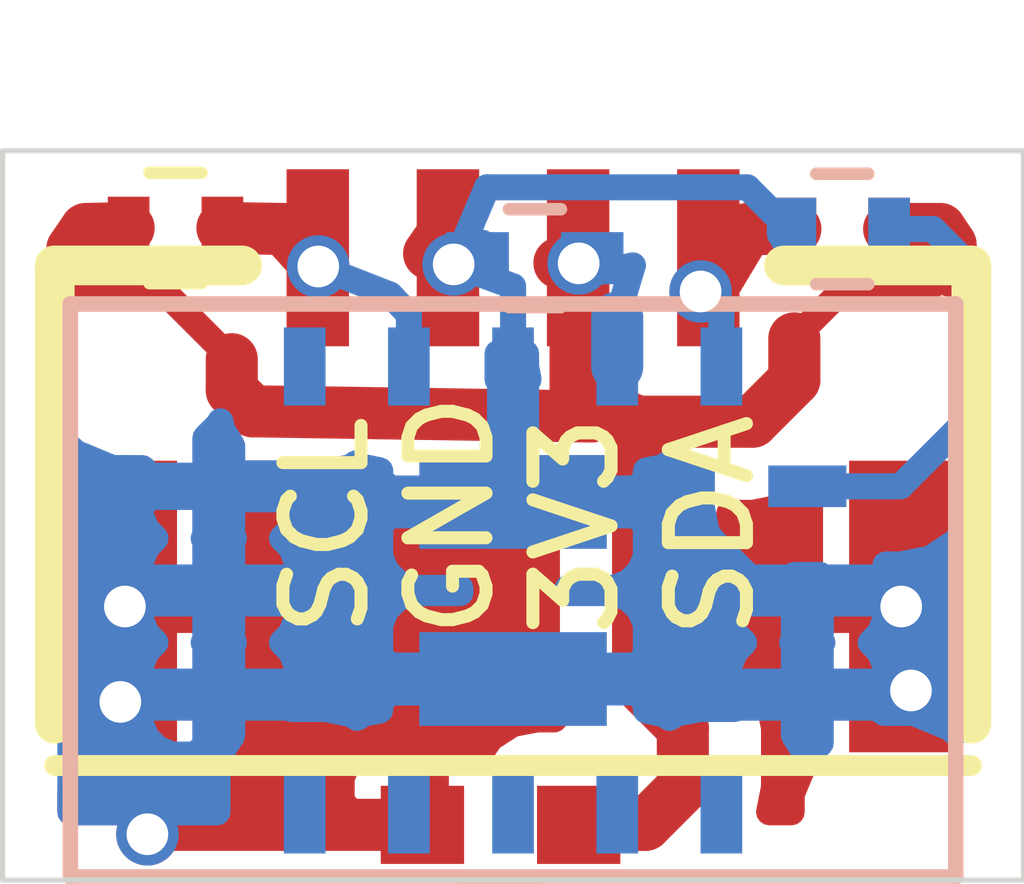
<source format=kicad_pcb>
(kicad_pcb (version 4) (host pcbnew 4.0.7-e2-6376~58~ubuntu16.04.1)

  (general
    (links 23)
    (no_connects 0)
    (area 142.525 91.725 153.425001 102.445)
    (thickness 0.8)
    (drawings 8)
    (tracks 111)
    (zones 0)
    (modules 7)
    (nets 6)
  )

  (page A4)
  (layers
    (0 F.Cu signal hide)
    (31 B.Cu signal)
    (34 B.Paste user hide)
    (35 F.Paste user)
    (36 B.SilkS user)
    (37 F.SilkS user)
    (38 B.Mask user)
    (39 F.Mask user)
    (44 Edge.Cuts user)
  )

  (setup
    (last_trace_width 0.25)
    (user_trace_width 0.5)
    (trace_clearance 0.2)
    (zone_clearance 0.5)
    (zone_45_only yes)
    (trace_min 0.2)
    (segment_width 0.2)
    (edge_width 0.05)
    (via_size 0.6)
    (via_drill 0.4)
    (via_min_size 0.4)
    (via_min_drill 0.3)
    (uvia_size 0.3)
    (uvia_drill 0.1)
    (uvias_allowed no)
    (uvia_min_size 0.2)
    (uvia_min_drill 0.1)
    (pcb_text_width 0.3)
    (pcb_text_size 1.5 1.5)
    (mod_edge_width 0.15)
    (mod_text_size 1 1)
    (mod_text_width 0.15)
    (pad_size 2.79908 1.00076)
    (pad_drill 0)
    (pad_to_mask_clearance 0.2)
    (aux_axis_origin 0 0)
    (visible_elements FFFCDF5F)
    (pcbplotparams
      (layerselection 0x00030_80000001)
      (usegerberextensions false)
      (excludeedgelayer true)
      (linewidth 0.100000)
      (plotframeref false)
      (viasonmask false)
      (mode 1)
      (useauxorigin false)
      (hpglpennumber 1)
      (hpglpenspeed 20)
      (hpglpendiameter 15)
      (hpglpenoverlay 2)
      (psnegative false)
      (psa4output false)
      (plotreference true)
      (plotvalue true)
      (plotinvisibletext false)
      (padsonsilk false)
      (subtractmaskfromsilk false)
      (outputformat 1)
      (mirror false)
      (drillshape 1)
      (scaleselection 1)
      (outputdirectory ""))
  )

  (net 0 "")
  (net 1 GND)
  (net 2 "Net-(R3-Pad1)")
  (net 3 /VDD)
  (net 4 /SCL)
  (net 5 /SDA)

  (net_class Default "This is the default net class."
    (clearance 0.2)
    (trace_width 0.25)
    (via_dia 0.6)
    (via_drill 0.4)
    (uvia_dia 0.3)
    (uvia_drill 0.1)
    (add_net /SCL)
    (add_net /SDA)
    (add_net /VDD)
    (add_net GND)
    (add_net "Net-(R3-Pad1)")
  )

  (module Capacitors_SMD:C_0402 (layer B.Cu) (tedit 5B2A4231) (tstamp 5B262DCD)
    (at 148.71 94.43 180)
    (descr "Capacitor SMD 0402, reflow soldering, AVX (see smccp.pdf)")
    (tags "capacitor 0402")
    (path /5B260EB6)
    (attr smd)
    (fp_text reference C1 (at 0 1.27 180) (layer B.SilkS) hide
      (effects (font (size 1 1) (thickness 0.15)) (justify mirror))
    )
    (fp_text value C (at 0 -1.27 180) (layer B.Fab) hide
      (effects (font (size 1 1) (thickness 0.15)) (justify mirror))
    )
    (fp_text user %R (at 0 1.27 180) (layer B.Fab)
      (effects (font (size 1 1) (thickness 0.15)) (justify mirror))
    )
    (fp_line (start -0.5 -0.25) (end -0.5 0.25) (layer B.Fab) (width 0.1))
    (fp_line (start 0.5 -0.25) (end -0.5 -0.25) (layer B.Fab) (width 0.1))
    (fp_line (start 0.5 0.25) (end 0.5 -0.25) (layer B.Fab) (width 0.1))
    (fp_line (start -0.5 0.25) (end 0.5 0.25) (layer B.Fab) (width 0.1))
    (fp_line (start 0.25 0.47) (end -0.25 0.47) (layer B.SilkS) (width 0.12))
    (fp_line (start -0.25 -0.47) (end 0.25 -0.47) (layer B.SilkS) (width 0.12))
    (fp_line (start -1 0.4) (end 1 0.4) (layer B.CrtYd) (width 0.05))
    (fp_line (start -1 0.4) (end -1 -0.4) (layer B.CrtYd) (width 0.05))
    (fp_line (start 1 -0.4) (end 1 0.4) (layer B.CrtYd) (width 0.05))
    (fp_line (start 1 -0.4) (end -1 -0.4) (layer B.CrtYd) (width 0.05))
    (pad 1 smd rect (at -0.55 0 180) (size 0.6 0.5) (layers B.Cu B.Paste B.Mask)
      (net 3 /VDD))
    (pad 2 smd rect (at 0.55 0 180) (size 0.6 0.5) (layers B.Cu B.Paste B.Mask)
      (net 1 GND))
    (model Capacitors_SMD.3dshapes/C_0402.wrl
      (at (xyz 0 0 0))
      (scale (xyz 1 1 1))
      (rotate (xyz 0 0 0))
    )
  )

  (module jst_gh4_vert:JST_GH4_vert (layer F.Cu) (tedit 5B2664FE) (tstamp 5B262DD7)
    (at 148.5 96.1 90)
    (path /5B261B88)
    (fp_text reference J1 (at -0.20066 -0.20066 180) (layer F.SilkS) hide
      (effects (font (size 0.50038 0.50038) (thickness 0.12446)))
    )
    (fp_text value Conn_01x04 (at -1.80086 -5.19938 90) (layer F.SilkS) hide
      (effects (font (size 0.50038 0.50038) (thickness 0.12446)))
    )
    (fp_line (start -3.2004 -4.39928) (end -3.2004 4.39928) (layer F.SilkS) (width 0.20066))
    (fp_line (start 1.6002 2.60096) (end 1.6002 4.39928) (layer F.SilkS) (width 0.381))
    (fp_line (start 1.6002 4.39928) (end -2.79908 4.39928) (layer F.SilkS) (width 0.381))
    (fp_line (start 1.6002 -4.39928) (end -2.79908 -4.39928) (layer F.SilkS) (width 0.381))
    (fp_line (start 1.6002 -4.39928) (end 1.6002 -2.60096) (layer F.SilkS) (width 0.381))
    (pad 3 smd rect (at 1.67386 0.62484) (size 0.59944 1.69926) (layers F.Cu F.Paste F.Mask)
      (net 3 /VDD))
    (pad 4 smd rect (at 1.67386 1.87452) (size 0.59944 1.69926) (layers F.Cu F.Paste F.Mask)
      (net 5 /SDA))
    (pad 1 smd rect (at 1.67386 -1.87452) (size 0.59944 1.69926) (layers F.Cu F.Paste F.Mask)
      (net 4 /SCL))
    (pad "" smd rect (at -1.67386 -3.72618 90) (size 2.79908 1.00076) (layers F.Cu F.Paste F.Mask)
      (net 1 GND))
    (pad "" smd rect (at -1.67386 3.72618 90) (size 2.79908 1.00076) (layers F.Cu F.Paste F.Mask)
      (net 1 GND))
    (pad 2 smd rect (at 1.67386 -0.62484) (size 0.59944 1.69926) (layers F.Cu F.Paste F.Mask)
      (net 1 GND))
  )

  (module Resistors_SMD:R_0402 (layer F.Cu) (tedit 5B2A4229) (tstamp 5B262DDD)
    (at 151.66 94.15 180)
    (descr "Resistor SMD 0402, reflow soldering, Vishay (see dcrcw.pdf)")
    (tags "resistor 0402")
    (path /5B262EF1)
    (attr smd)
    (fp_text reference R1 (at 0 -1.35 180) (layer F.SilkS) hide
      (effects (font (size 1 1) (thickness 0.15)))
    )
    (fp_text value R (at 0 1.45 180) (layer F.Fab) hide
      (effects (font (size 1 1) (thickness 0.15)))
    )
    (fp_text user %R (at 0 -1.35 180) (layer F.Fab)
      (effects (font (size 1 1) (thickness 0.15)))
    )
    (fp_line (start -0.5 0.25) (end -0.5 -0.25) (layer F.Fab) (width 0.1))
    (fp_line (start 0.5 0.25) (end -0.5 0.25) (layer F.Fab) (width 0.1))
    (fp_line (start 0.5 -0.25) (end 0.5 0.25) (layer F.Fab) (width 0.1))
    (fp_line (start -0.5 -0.25) (end 0.5 -0.25) (layer F.Fab) (width 0.1))
    (fp_line (start 0.25 -0.53) (end -0.25 -0.53) (layer F.SilkS) (width 0.12))
    (fp_line (start -0.25 0.53) (end 0.25 0.53) (layer F.SilkS) (width 0.12))
    (fp_line (start -0.8 -0.45) (end 0.8 -0.45) (layer F.CrtYd) (width 0.05))
    (fp_line (start -0.8 -0.45) (end -0.8 0.45) (layer F.CrtYd) (width 0.05))
    (fp_line (start 0.8 0.45) (end 0.8 -0.45) (layer F.CrtYd) (width 0.05))
    (fp_line (start 0.8 0.45) (end -0.8 0.45) (layer F.CrtYd) (width 0.05))
    (pad 1 smd rect (at -0.45 0 180) (size 0.4 0.6) (layers F.Cu F.Paste F.Mask)
      (net 3 /VDD))
    (pad 2 smd rect (at 0.45 0 180) (size 0.4 0.6) (layers F.Cu F.Paste F.Mask)
      (net 5 /SDA))
    (model ${KISYS3DMOD}/Resistors_SMD.3dshapes/R_0402.wrl
      (at (xyz 0 0 0))
      (scale (xyz 1 1 1))
      (rotate (xyz 0 0 0))
    )
  )

  (module Resistors_SMD:R_0402 (layer F.Cu) (tedit 5B2A421C) (tstamp 5B262DE3)
    (at 145.26 94.14)
    (descr "Resistor SMD 0402, reflow soldering, Vishay (see dcrcw.pdf)")
    (tags "resistor 0402")
    (path /5B262F20)
    (attr smd)
    (fp_text reference R2 (at 0 -1.35) (layer F.SilkS) hide
      (effects (font (size 1 1) (thickness 0.15)))
    )
    (fp_text value R (at 0 1.45) (layer F.Fab) hide
      (effects (font (size 1 1) (thickness 0.15)))
    )
    (fp_text user %R (at 0 -1.35) (layer F.Fab)
      (effects (font (size 1 1) (thickness 0.15)))
    )
    (fp_line (start -0.5 0.25) (end -0.5 -0.25) (layer F.Fab) (width 0.1))
    (fp_line (start 0.5 0.25) (end -0.5 0.25) (layer F.Fab) (width 0.1))
    (fp_line (start 0.5 -0.25) (end 0.5 0.25) (layer F.Fab) (width 0.1))
    (fp_line (start -0.5 -0.25) (end 0.5 -0.25) (layer F.Fab) (width 0.1))
    (fp_line (start 0.25 -0.53) (end -0.25 -0.53) (layer F.SilkS) (width 0.12))
    (fp_line (start -0.25 0.53) (end 0.25 0.53) (layer F.SilkS) (width 0.12))
    (fp_line (start -0.8 -0.45) (end 0.8 -0.45) (layer F.CrtYd) (width 0.05))
    (fp_line (start -0.8 -0.45) (end -0.8 0.45) (layer F.CrtYd) (width 0.05))
    (fp_line (start 0.8 0.45) (end 0.8 -0.45) (layer F.CrtYd) (width 0.05))
    (fp_line (start 0.8 0.45) (end -0.8 0.45) (layer F.CrtYd) (width 0.05))
    (pad 1 smd rect (at -0.45 0) (size 0.4 0.6) (layers F.Cu F.Paste F.Mask)
      (net 3 /VDD))
    (pad 2 smd rect (at 0.45 0) (size 0.4 0.6) (layers F.Cu F.Paste F.Mask)
      (net 4 /SCL))
    (model ${KISYS3DMOD}/Resistors_SMD.3dshapes/R_0402.wrl
      (at (xyz 0 0 0))
      (scale (xyz 1 1 1))
      (rotate (xyz 0 0 0))
    )
  )

  (module Resistors_SMD:R_0402 (layer B.Cu) (tedit 5B2A424B) (tstamp 5B262DE9)
    (at 151.66 94.15 180)
    (descr "Resistor SMD 0402, reflow soldering, Vishay (see dcrcw.pdf)")
    (tags "resistor 0402")
    (path /5B260EEB)
    (attr smd)
    (fp_text reference R3 (at 0 1.35 180) (layer B.SilkS) hide
      (effects (font (size 1 1) (thickness 0.15)) (justify mirror))
    )
    (fp_text value R (at 0 -1.45 180) (layer B.Fab) hide
      (effects (font (size 1 1) (thickness 0.15)) (justify mirror))
    )
    (fp_text user %R (at 0 1.35 180) (layer B.Fab)
      (effects (font (size 1 1) (thickness 0.15)) (justify mirror))
    )
    (fp_line (start -0.5 -0.25) (end -0.5 0.25) (layer B.Fab) (width 0.1))
    (fp_line (start 0.5 -0.25) (end -0.5 -0.25) (layer B.Fab) (width 0.1))
    (fp_line (start 0.5 0.25) (end 0.5 -0.25) (layer B.Fab) (width 0.1))
    (fp_line (start -0.5 0.25) (end 0.5 0.25) (layer B.Fab) (width 0.1))
    (fp_line (start 0.25 0.53) (end -0.25 0.53) (layer B.SilkS) (width 0.12))
    (fp_line (start -0.25 -0.53) (end 0.25 -0.53) (layer B.SilkS) (width 0.12))
    (fp_line (start -0.8 0.45) (end 0.8 0.45) (layer B.CrtYd) (width 0.05))
    (fp_line (start -0.8 0.45) (end -0.8 -0.45) (layer B.CrtYd) (width 0.05))
    (fp_line (start 0.8 -0.45) (end 0.8 0.45) (layer B.CrtYd) (width 0.05))
    (fp_line (start 0.8 -0.45) (end -0.8 -0.45) (layer B.CrtYd) (width 0.05))
    (pad 1 smd rect (at -0.45 0 180) (size 0.4 0.6) (layers B.Cu B.Paste B.Mask)
      (net 2 "Net-(R3-Pad1)"))
    (pad 2 smd rect (at 0.45 0 180) (size 0.4 0.6) (layers B.Cu B.Paste B.Mask)
      (net 1 GND))
    (model ${KISYS3DMOD}/Resistors_SMD.3dshapes/R_0402.wrl
      (at (xyz 0 0 0))
      (scale (xyz 1 1 1))
      (rotate (xyz 0 0 0))
    )
  )

  (module sdp3x_i2c:SDP3x_i2c (layer B.Cu) (tedit 5B2A4267) (tstamp 5B262E02)
    (at 148.5 97.62)
    (path /5B260DFE)
    (fp_text reference U1 (at -5 0.5 90) (layer B.SilkS) hide
      (effects (font (size 1 1) (thickness 0.15)) (justify mirror))
    )
    (fp_text value SDP3x_I2C (at 0 3.5) (layer B.Fab) hide
      (effects (font (size 1 1) (thickness 0.15)) (justify mirror))
    )
    (fp_line (start -4.25 2.75) (end 4.25 2.75) (layer B.SilkS) (width 0.15))
    (fp_line (start 4.25 2.75) (end 4.25 -2.75) (layer B.SilkS) (width 0.15))
    (fp_line (start 4.25 -2.75) (end -4.25 -2.75) (layer B.SilkS) (width 0.15))
    (fp_line (start -4.25 -2.75) (end -4.25 2.75) (layer B.SilkS) (width 0.15))
    (pad 16 smd rect (at -2 2.15) (size 0.4 0.75) (layers B.Cu B.Paste B.Mask))
    (pad 15 smd rect (at -1 2.15) (size 0.4 0.75) (layers B.Cu B.Paste B.Mask))
    (pad 14 smd rect (at 0 2.15) (size 0.4 0.75) (layers B.Cu B.Paste B.Mask))
    (pad 13 smd rect (at 1 2.15) (size 0.4 0.75) (layers B.Cu B.Paste B.Mask))
    (pad 12 smd rect (at 2 2.15) (size 0.4 0.75) (layers B.Cu B.Paste B.Mask))
    (pad 4 smd rect (at -2 -2.15) (size 0.4 0.75) (layers B.Cu B.Paste B.Mask))
    (pad 5 smd rect (at -1 -2.15) (size 0.4 0.75) (layers B.Cu B.Paste B.Mask)
      (net 4 /SCL))
    (pad 6 smd rect (at 0 -2.15) (size 0.4 0.75) (layers B.Cu B.Paste B.Mask)
      (net 1 GND))
    (pad 7 smd rect (at 1 -2.15) (size 0.4 0.75) (layers B.Cu B.Paste B.Mask)
      (net 3 /VDD))
    (pad 8 smd rect (at 2 -2.15) (size 0.4 0.75) (layers B.Cu B.Paste B.Mask)
      (net 5 /SDA))
    (pad 3 smd rect (at -2.825 -1) (size 0.75 0.4) (layers B.Cu B.Paste B.Mask)
      (net 1 GND))
    (pad 2 smd rect (at -2.825 0) (size 0.75 0.4) (layers B.Cu B.Paste B.Mask)
      (net 1 GND))
    (pad 1 smd rect (at -2.825 1) (size 0.75 0.4) (layers B.Cu B.Paste B.Mask)
      (net 1 GND))
    (pad 10 smd rect (at 2.825 0) (size 0.75 0.4) (layers B.Cu B.Paste B.Mask)
      (net 1 GND))
    (pad 11 smd rect (at 2.825 1) (size 0.75 0.4) (layers B.Cu B.Paste B.Mask)
      (net 1 GND))
    (pad 9 smd rect (at 2.825 -1) (size 0.75 0.4) (layers B.Cu B.Paste B.Mask)
      (net 2 "Net-(R3-Pad1)"))
    (pad 1 smd rect (at 0 0.85) (size 1.8 0.9) (layers B.Cu B.Paste B.Mask)
      (net 1 GND))
    (pad 1 smd rect (at 0 -0.85) (size 1.8 0.9) (layers B.Cu B.Paste B.Mask)
      (net 1 GND))
    (pad "" np_thru_hole circle (at 3.65 -2.15) (size 0.7 0.7) (drill 0.7) (layers *.Cu *.Mask)
      (zone_connect 0))
    (pad "" np_thru_hole circle (at 3.65 2.15) (size 0.7 0.7) (drill 0.7) (layers *.Cu *.Mask))
    (pad "" np_thru_hole circle (at -3.65 -2.15) (size 0.7 0.7) (drill 0.7) (layers *.Cu *.Mask))
  )

  (module Capacitors_SMD:C_0603 (layer F.Cu) (tedit 5B2A4271) (tstamp 5B266390)
    (at 148.38 99.87 180)
    (descr "Capacitor SMD 0603, reflow soldering, AVX (see smccp.pdf)")
    (tags "capacitor 0603")
    (path /5B26634A)
    (attr smd)
    (fp_text reference C2 (at 0 -1.5 180) (layer F.SilkS) hide
      (effects (font (size 1 1) (thickness 0.15)))
    )
    (fp_text value C (at 0 1.5 180) (layer F.Fab) hide
      (effects (font (size 1 1) (thickness 0.15)))
    )
    (fp_line (start 1.4 0.65) (end -1.4 0.65) (layer F.CrtYd) (width 0.05))
    (fp_line (start 1.4 0.65) (end 1.4 -0.65) (layer F.CrtYd) (width 0.05))
    (fp_line (start -1.4 -0.65) (end -1.4 0.65) (layer F.CrtYd) (width 0.05))
    (fp_line (start -1.4 -0.65) (end 1.4 -0.65) (layer F.CrtYd) (width 0.05))
    (fp_line (start 0.35 0.6) (end -0.35 0.6) (layer F.SilkS) (width 0.12))
    (fp_line (start -0.35 -0.6) (end 0.35 -0.6) (layer F.SilkS) (width 0.12))
    (fp_line (start -0.8 -0.4) (end 0.8 -0.4) (layer F.Fab) (width 0.1))
    (fp_line (start 0.8 -0.4) (end 0.8 0.4) (layer F.Fab) (width 0.1))
    (fp_line (start 0.8 0.4) (end -0.8 0.4) (layer F.Fab) (width 0.1))
    (fp_line (start -0.8 0.4) (end -0.8 -0.4) (layer F.Fab) (width 0.1))
    (fp_text user %R (at 0 0 180) (layer F.Fab)
      (effects (font (size 0.3 0.3) (thickness 0.075)))
    )
    (pad 2 smd rect (at 0.75 0 180) (size 0.8 0.75) (layers F.Cu F.Paste F.Mask)
      (net 1 GND))
    (pad 1 smd rect (at -0.75 0 180) (size 0.8 0.75) (layers F.Cu F.Paste F.Mask)
      (net 3 /VDD))
    (model Capacitors_SMD.3dshapes/C_0603.wrl
      (at (xyz 0 0 0))
      (scale (xyz 1 1 1))
      (rotate (xyz 0 0 0))
    )
  )

  (gr_text GND (at 147.9 96.9 90) (layer F.SilkS)
    (effects (font (size 0.75 0.75) (thickness 0.125)))
  )
  (gr_text 3V3 (at 149.1 97 90) (layer F.SilkS)
    (effects (font (size 0.75 0.75) (thickness 0.125)))
  )
  (gr_text SDA (at 150.4 97 90) (layer F.SilkS)
    (effects (font (size 0.75 0.75) (thickness 0.125)))
  )
  (gr_text SCL (at 146.7 97 90) (layer F.SilkS)
    (effects (font (size 0.75 0.75) (thickness 0.125)))
  )
  (gr_line (start 143.6 100.4) (end 143.6 93.4) (angle 90) (layer Edge.Cuts) (width 0.05))
  (gr_line (start 153.4 100.4) (end 143.6 100.4) (angle 90) (layer Edge.Cuts) (width 0.05))
  (gr_line (start 153.4 93.4) (end 153.4 100.4) (angle 90) (layer Edge.Cuts) (width 0.05))
  (gr_line (start 143.6 93.4) (end 153.4 93.4) (angle 90) (layer Edge.Cuts) (width 0.05))

  (segment (start 144.99 99.72) (end 144.99 99.96) (width 0.5) (layer B.Cu) (net 1))
  (via (at 144.99 99.96) (size 0.6) (drill 0.4) (layers F.Cu B.Cu) (net 1))
  (segment (start 144.99 99.96) (end 145.08 99.87) (width 0.5) (layer F.Cu) (net 1) (tstamp 5B266545))
  (segment (start 145.08 99.87) (end 147.63 99.87) (width 0.5) (layer F.Cu) (net 1) (tstamp 5B266546))
  (segment (start 151.325 98.62) (end 152.28 98.62) (width 0.5) (layer B.Cu) (net 1))
  (segment (start 152.28 98.62) (end 152.32 98.58) (width 0.5) (layer B.Cu) (net 1) (tstamp 5B265494))
  (via (at 152.32 98.58) (size 0.6) (drill 0.4) (layers F.Cu B.Cu) (net 1))
  (segment (start 152.32 98.58) (end 152.22618 98.48618) (width 0.5) (layer F.Cu) (net 1) (tstamp 5B265498))
  (segment (start 152.22618 98.48618) (end 152.22618 97.77386) (width 0.5) (layer F.Cu) (net 1) (tstamp 5B265499))
  (segment (start 152.07232 97.62) (end 151.325 97.62) (width 0.5) (layer B.Cu) (net 1) (tstamp 5B26549D))
  (segment (start 152.22618 97.77386) (end 152.07232 97.62) (width 0.5) (layer B.Cu) (net 1) (tstamp 5B26549C))
  (via (at 152.22618 97.77386) (size 0.6) (drill 0.4) (layers F.Cu B.Cu) (net 1))
  (segment (start 145.675 98.62) (end 144.8 98.62) (width 0.5) (layer B.Cu) (net 1))
  (segment (start 144.8 98.62) (end 144.73 98.69) (width 0.5) (layer B.Cu) (net 1) (tstamp 5B265477))
  (via (at 144.73 98.69) (size 0.6) (drill 0.4) (layers F.Cu B.Cu) (net 1))
  (segment (start 144.73 98.69) (end 144.77382 98.64618) (width 0.5) (layer F.Cu) (net 1) (tstamp 5B26547B))
  (segment (start 144.77382 98.64618) (end 144.77382 97.77386) (width 0.5) (layer F.Cu) (net 1) (tstamp 5B26547C))
  (segment (start 144.92768 97.62) (end 145.675 97.62) (width 0.5) (layer B.Cu) (net 1) (tstamp 5B26548F))
  (segment (start 144.77382 97.77386) (end 144.92768 97.62) (width 0.5) (layer B.Cu) (net 1) (tstamp 5B26548E))
  (via (at 144.77382 97.77386) (size 0.6) (drill 0.4) (layers F.Cu B.Cu) (net 1))
  (segment (start 145.675 97.62) (end 146.58 97.62) (width 0.5) (layer B.Cu) (net 1))
  (segment (start 146.58 97.62) (end 146.95 97.99) (width 0.5) (layer B.Cu) (net 1) (tstamp 5B26546A))
  (segment (start 146.95 97.99) (end 146.95 98.47) (width 0.5) (layer B.Cu) (net 1) (tstamp 5B26546B))
  (segment (start 148.5 98.47) (end 146.95 98.47) (width 0.5) (layer B.Cu) (net 1))
  (segment (start 146.8 98.62) (end 145.675 98.62) (width 0.5) (layer B.Cu) (net 1) (tstamp 5B265465))
  (segment (start 146.95 98.47) (end 146.8 98.62) (width 0.5) (layer B.Cu) (net 1) (tstamp 5B265461))
  (segment (start 148.5 98.47) (end 150.1 98.47) (width 0.5) (layer B.Cu) (net 1))
  (segment (start 150.1 98.47) (end 150.25 98.62) (width 0.5) (layer B.Cu) (net 1) (tstamp 5B26544C))
  (segment (start 150.25 98.62) (end 151.325 98.62) (width 0.5) (layer B.Cu) (net 1) (tstamp 5B26544D))
  (segment (start 148.5 96.77) (end 149.87 96.77) (width 0.5) (layer B.Cu) (net 1))
  (segment (start 149.87 96.77) (end 150.72 97.62) (width 0.5) (layer B.Cu) (net 1) (tstamp 5B2652CC))
  (segment (start 150.72 97.62) (end 151.325 97.62) (width 0.5) (layer B.Cu) (net 1) (tstamp 5B2652D0))
  (segment (start 148.5 96.77) (end 146.96 96.77) (width 0.5) (layer B.Cu) (net 1))
  (segment (start 146.96 96.77) (end 146.81 96.62) (width 0.5) (layer B.Cu) (net 1) (tstamp 5B2652B5))
  (segment (start 146.81 96.62) (end 145.675 96.62) (width 0.5) (layer B.Cu) (net 1) (tstamp 5B2652B8))
  (segment (start 151.21 94.15) (end 151 94) (width 0.25) (layer B.Cu) (net 1) (status 10))
  (segment (start 151 94) (end 150.75 93.75) (width 0.25) (layer B.Cu) (net 1) (tstamp 5B2642E1))
  (segment (start 150.75 93.75) (end 148.25 93.75) (width 0.25) (layer B.Cu) (net 1) (tstamp 5B2642E3))
  (segment (start 148.25 93.75) (end 148.25 93.75) (width 0.25) (layer B.Cu) (net 1) (tstamp 5B2642E5))
  (segment (start 148.25 93.75) (end 147.98 94.39) (width 0.25) (layer B.Cu) (net 1) (tstamp 5B2642E7) (status 20))
  (segment (start 147.69516 94.38614) (end 147.99386 94.38614) (width 0.5) (layer F.Cu) (net 1))
  (segment (start 147.99386 94.38614) (end 148.02 94.36) (width 0.25) (layer F.Cu) (net 1) (tstamp 5B264E6B))
  (via (at 147.93 94.49) (size 0.6) (drill 0.4) (layers F.Cu B.Cu) (net 1) (status 30))
  (segment (start 147.98 94.39) (end 147.98 94.44) (width 0.25) (layer B.Cu) (net 1) (status 30))
  (segment (start 147.98 94.44) (end 147.93 94.49) (width 0.25) (layer B.Cu) (net 1) (tstamp 5B264E67) (status 30))
  (segment (start 147.93 94.49) (end 147.98 94.39) (width 0.25) (layer B.Cu) (net 1) (tstamp 5B264E69) (status 30))
  (segment (start 148.5 95.47) (end 148.5 96.77) (width 0.5) (layer B.Cu) (net 1) (status 30))
  (segment (start 147.9 94.1) (end 147.87516 94.12484) (width 0.5) (layer F.Cu) (net 1) (tstamp 5B263F28))
  (segment (start 147.87516 94.12484) (end 147.69516 94.38614) (width 0.5) (layer F.Cu) (net 1) (tstamp 5B263F29))
  (segment (start 147.93 94.49) (end 147.83 94.54) (width 0.25) (layer B.Cu) (net 1) (status 30))
  (segment (start 147.83 94.54) (end 147.98 94.39) (width 0.25) (layer B.Cu) (net 1) (tstamp 5B263FBF) (status 30))
  (segment (start 148.5 95.47) (end 148.5 94.7) (width 0.25) (layer B.Cu) (net 1) (status 10))
  (segment (start 148.5 94.7) (end 147.93 94.49) (width 0.25) (layer B.Cu) (net 1) (tstamp 5B263F23) (status 20))
  (segment (start 152.11 94.15) (end 152.53 94.15) (width 0.25) (layer B.Cu) (net 2) (status 10))
  (segment (start 152.22 96.62) (end 151.325 96.62) (width 0.25) (layer B.Cu) (net 2) (tstamp 5B26502D))
  (segment (start 152.85 95.99) (end 152.22 96.62) (width 0.25) (layer B.Cu) (net 2) (tstamp 5B26502A))
  (segment (start 152.85 94.47) (end 152.85 95.99) (width 0.25) (layer B.Cu) (net 2) (tstamp 5B265026))
  (segment (start 152.53 94.15) (end 152.85 94.47) (width 0.25) (layer B.Cu) (net 2) (tstamp 5B265023))
  (segment (start 149.7 96) (end 149.7 98.51) (width 0.5) (layer F.Cu) (net 3))
  (segment (start 149.7 98.51) (end 150.13 98.94) (width 0.5) (layer F.Cu) (net 3) (tstamp 5B2664B2))
  (segment (start 150.13 98.94) (end 150.13 99.51) (width 0.5) (layer F.Cu) (net 3) (tstamp 5B2664B4))
  (segment (start 150.13 99.51) (end 149.77 99.87) (width 0.5) (layer F.Cu) (net 3) (tstamp 5B2664B5))
  (segment (start 149.77 99.87) (end 149.13 99.87) (width 0.5) (layer F.Cu) (net 3) (tstamp 5B2664B6))
  (segment (start 144.81 94.14) (end 144.4 94.15) (width 0.5) (layer F.Cu) (net 3) (status 10))
  (segment (start 144.27 94.34) (end 144.27 94.61) (width 0.5) (layer F.Cu) (net 3) (tstamp 5B264F47))
  (segment (start 144.4 94.15) (end 144.27 94.34) (width 0.5) (layer F.Cu) (net 3) (tstamp 5B2641D6))
  (segment (start 144.27 94.61) (end 144.51 94.77) (width 0.25) (layer F.Cu) (net 3) (tstamp 5B2641D7))
  (segment (start 144.51 94.77) (end 145.16 94.76) (width 0.25) (layer F.Cu) (net 3) (tstamp 5B2641D8))
  (segment (start 145.16 94.76) (end 145.8 95.4) (width 0.25) (layer F.Cu) (net 3) (tstamp 5B2641D9))
  (segment (start 145.8 95.4) (end 145.8 95.7) (width 0.5) (layer F.Cu) (net 3) (tstamp 5B2641DA))
  (segment (start 145.8 95.7) (end 146 95.9) (width 0.5) (layer F.Cu) (net 3) (tstamp 5B2641DB))
  (segment (start 146 95.9) (end 149.25 95.95) (width 0.5) (layer F.Cu) (net 3) (tstamp 5B2641DC))
  (segment (start 149.25 95.95) (end 149.1 95.75) (width 0.5) (layer F.Cu) (net 3) (tstamp 5B2641DE))
  (segment (start 152.11 94.15) (end 152.6 94.15) (width 0.5) (layer F.Cu) (net 3) (status 10))
  (segment (start 152.6 94.15) (end 152.7 94.3) (width 0.5) (layer F.Cu) (net 3) (tstamp 5B264137))
  (segment (start 152.7 94.3) (end 152.7 94.55) (width 0.5) (layer F.Cu) (net 3) (tstamp 5B264138))
  (segment (start 152.7 94.55) (end 152.43 94.77) (width 0.25) (layer F.Cu) (net 3) (tstamp 5B264139))
  (segment (start 152.43 94.77) (end 151.63 94.77) (width 0.25) (layer F.Cu) (net 3) (tstamp 5B26413A))
  (segment (start 151.63 94.77) (end 151.2 95.2) (width 0.25) (layer F.Cu) (net 3) (tstamp 5B26413B))
  (segment (start 151.2 95.2) (end 151.2 95.6) (width 0.5) (layer F.Cu) (net 3) (tstamp 5B26413C))
  (segment (start 151.2 95.6) (end 150.8 96) (width 0.5) (layer F.Cu) (net 3) (tstamp 5B264140))
  (segment (start 150.8 96) (end 149.7 96) (width 0.5) (layer F.Cu) (net 3) (tstamp 5B264141))
  (segment (start 149.1 95.75) (end 149.1 95) (width 0.5) (layer F.Cu) (net 3) (tstamp 5B264143))
  (segment (start 149.1 95) (end 149.22 94.35) (width 0.25) (layer F.Cu) (net 3) (tstamp 5B2A44A0))
  (segment (start 149.7 96) (end 149.1 95.75) (width 0.5) (layer F.Cu) (net 3) (tstamp 5B264142))
  (segment (start 149.22 94.35) (end 148.94484 94.47614) (width 0.5) (layer F.Cu) (net 3) (tstamp 5B264149))
  (segment (start 149.1 94) (end 149.12484 94.02484) (width 0.5) (layer F.Cu) (net 3) (tstamp 5B263F08))
  (segment (start 149.12484 94.02484) (end 148.94484 94.47614) (width 0.25) (layer F.Cu) (net 3) (tstamp 5B263F09))
  (segment (start 149.13 94.48) (end 149.03 94.53) (width 0.25) (layer B.Cu) (net 3) (status 30))
  (segment (start 149.03 94.53) (end 149.08 94.48) (width 0.25) (layer B.Cu) (net 3) (tstamp 5B263FC2) (status 30))
  (segment (start 149.5 95.47) (end 149.5 95) (width 0.5) (layer B.Cu) (net 3) (status 20))
  (segment (start 149.5 95) (end 149.65 94.5) (width 0.25) (layer B.Cu) (net 3) (tstamp 5B2A43BA) (status 20))
  (segment (start 149.65 94.5) (end 149.65 94.5) (width 0.25) (layer B.Cu) (net 3) (tstamp 5B2A4364) (status 20))
  (segment (start 149.65 94.5) (end 149.23 94.58) (width 0.25) (layer B.Cu) (net 3) (tstamp 5B2A4388) (status 20))
  (via (at 149.13 94.48) (size 0.6) (drill 0.4) (layers F.Cu B.Cu) (net 3) (status 30))
  (segment (start 149.23 94.58) (end 149.13 94.48) (width 0.25) (layer B.Cu) (net 3) (tstamp 5B263F02) (status 30))
  (segment (start 145.71 94.14) (end 146.3 94.15) (width 0.5) (layer F.Cu) (net 4) (status 10))
  (segment (start 146.3 94.15) (end 146.66 94.55) (width 0.5) (layer F.Cu) (net 4) (tstamp 5B2A42F0) (status 10))
  (segment (start 146.66 94.55) (end 146.62548 94.42614) (width 0.25) (layer F.Cu) (net 4) (tstamp 5B2641E7))
  (segment (start 147.5 95.47) (end 147.5 94.97) (width 0.25) (layer B.Cu) (net 4) (status 30))
  (segment (start 147.5 94.97) (end 147.32 94.78) (width 0.25) (layer B.Cu) (net 4) (tstamp 5B263F32) (status 10))
  (segment (start 147.32 94.78) (end 146.63 94.51) (width 0.25) (layer B.Cu) (net 4) (tstamp 5B26522A) (status 10))
  (via (at 146.63 94.51) (size 0.6) (drill 0.4) (layers F.Cu B.Cu) (net 4))
  (segment (start 146.63 94.51) (end 146.65548 94.53548) (width 0.25) (layer F.Cu) (net 4) (tstamp 5B263F37))
  (segment (start 146.65548 94.53548) (end 146.62548 94.42614) (width 0.25) (layer F.Cu) (net 4) (tstamp 5B263F38))
  (segment (start 151.21 94.15) (end 150.75 94.15) (width 0.5) (layer F.Cu) (net 5) (status 10))
  (segment (start 150.75 94.15) (end 150.37452 94.77614) (width 0.5) (layer F.Cu) (net 5) (tstamp 5B264130))
  (segment (start 150.5 95.47) (end 150.5 94.95) (width 0.25) (layer B.Cu) (net 5) (status 10))
  (segment (start 150.3 94.75) (end 150.6 94.3) (width 0.25) (layer F.Cu) (net 5) (tstamp 5B263EC0))
  (via (at 150.3 94.75) (size 0.6) (drill 0.4) (layers F.Cu B.Cu) (net 5))
  (segment (start 150.5 94.95) (end 150.3 94.75) (width 0.25) (layer B.Cu) (net 5) (tstamp 5B263EBB))

  (zone (net 0) (net_name "") (layer B.Cu) (tstamp 5B26482A) (hatch edge 0.508)
    (connect_pads (clearance 0.5))
    (min_thickness 0.254)
    (keepout (tracks not_allowed) (vias not_allowed) (copperpour not_allowed))
    (fill (arc_segments 16) (thermal_gap 0.25) (thermal_bridge_width 0.508))
    (polygon
      (pts
        (xy 148.9 98.02) (xy 148.12 98.02) (xy 148.12 97.22) (xy 148.9 97.22)
      )
    )
  )
  (zone (net 1) (net_name GND) (layer B.Cu) (tstamp 5B2648BC) (hatch edge 0.508)
    (connect_pads (clearance 0.5))
    (min_thickness 0.254)
    (fill yes (arc_segments 16) (thermal_gap 0.25) (thermal_bridge_width 0.508))
    (polygon
      (pts
        (xy 153.4 100.4) (xy 143.6 100.4) (xy 143.6 93.4) (xy 153.4 93.4)
      )
    )
    (filled_polygon
      (pts
        (xy 148.6 95.343) (xy 148.623 95.343) (xy 148.623 95.47) (xy 148.647 95.590656) (xy 148.647 95.597)
        (xy 148.6 95.597) (xy 148.6 96.12775) (xy 148.627 96.15475) (xy 148.627 96.643) (xy 149.68275 96.643)
        (xy 149.777 96.54875) (xy 149.777 96.469794) (xy 149.932352 96.440563) (xy 149.99861 96.397927) (xy 150.051283 96.433917)
        (xy 150.3 96.484283) (xy 150.310717 96.484283) (xy 150.310717 96.82) (xy 150.354437 97.052352) (xy 150.491757 97.265753)
        (xy 150.580666 97.326502) (xy 150.573 97.34501) (xy 150.573 97.42575) (xy 150.66725 97.52) (xy 151.198 97.52)
        (xy 151.198 97.473) (xy 151.452 97.473) (xy 151.452 97.52) (xy 151.98275 97.52) (xy 152.077 97.42575)
        (xy 152.077 97.372) (xy 152.22 97.372) (xy 152.507778 97.314757) (xy 152.748 97.154246) (xy 152.748 98.98615)
        (xy 152.704149 98.942222) (xy 152.34519 98.79317) (xy 152.055667 98.792917) (xy 151.98275 98.72) (xy 151.452 98.72)
        (xy 151.452 99.086299) (xy 151.322222 99.215851) (xy 151.310765 99.243442) (xy 151.295563 99.162648) (xy 151.198 99.011031)
        (xy 151.198 98.72) (xy 150.66725 98.72) (xy 150.631533 98.755717) (xy 150.3 98.755717) (xy 150.067648 98.799437)
        (xy 150.00139 98.842073) (xy 149.948717 98.806083) (xy 149.777 98.77131) (xy 149.777 98.69125) (xy 149.68275 98.597)
        (xy 148.627 98.597) (xy 148.627 98.617) (xy 148.373 98.617) (xy 148.373 98.597) (xy 147.31725 98.597)
        (xy 147.223 98.69125) (xy 147.223 98.770206) (xy 147.067648 98.799437) (xy 147.00139 98.842073) (xy 146.948717 98.806083)
        (xy 146.7 98.755717) (xy 146.368467 98.755717) (xy 146.33275 98.72) (xy 145.802 98.72) (xy 145.802 99.013222)
        (xy 145.711083 99.146283) (xy 145.660717 99.395) (xy 145.660717 99.748) (xy 144.252 99.748) (xy 144.252 98.81425)
        (xy 144.923 98.81425) (xy 144.923 98.89499) (xy 144.980395 99.033553) (xy 145.086447 99.139605) (xy 145.22501 99.197)
        (xy 145.45375 99.197) (xy 145.548 99.10275) (xy 145.548 98.72) (xy 145.01725 98.72) (xy 144.923 98.81425)
        (xy 144.252 98.81425) (xy 144.252 97.81425) (xy 144.923 97.81425) (xy 144.923 97.89499) (xy 144.980395 98.033553)
        (xy 145.066842 98.12) (xy 144.980395 98.206447) (xy 144.923 98.34501) (xy 144.923 98.42575) (xy 145.01725 98.52)
        (xy 145.548 98.52) (xy 145.548 98.13725) (xy 145.53075 98.12) (xy 145.548 98.10275) (xy 145.548 97.72)
        (xy 145.802 97.72) (xy 145.802 98.10275) (xy 145.81925 98.12) (xy 145.802 98.13725) (xy 145.802 98.52)
        (xy 146.33275 98.52) (xy 146.427 98.42575) (xy 146.427 98.34501) (xy 146.369605 98.206447) (xy 146.283158 98.12)
        (xy 146.369605 98.033553) (xy 146.427 97.89499) (xy 146.427 97.81425) (xy 146.33275 97.72) (xy 145.802 97.72)
        (xy 145.548 97.72) (xy 145.01725 97.72) (xy 144.923 97.81425) (xy 144.252 97.81425) (xy 144.252 96.81425)
        (xy 144.923 96.81425) (xy 144.923 96.89499) (xy 144.980395 97.033553) (xy 145.066842 97.12) (xy 144.980395 97.206447)
        (xy 144.923 97.34501) (xy 144.923 97.42575) (xy 145.01725 97.52) (xy 145.548 97.52) (xy 145.548 97.13725)
        (xy 145.53075 97.12) (xy 145.548 97.10275) (xy 145.548 96.72) (xy 145.802 96.72) (xy 145.802 97.10275)
        (xy 145.81925 97.12) (xy 145.802 97.13725) (xy 145.802 97.52) (xy 146.33275 97.52) (xy 146.427 97.42575)
        (xy 146.427 97.34501) (xy 146.369605 97.206447) (xy 146.283158 97.12) (xy 146.369605 97.033553) (xy 146.387127 96.99125)
        (xy 147.223 96.99125) (xy 147.223 97.29499) (xy 147.280395 97.433553) (xy 147.386447 97.539605) (xy 147.52501 97.597)
        (xy 147.993 97.597) (xy 147.993 97.643) (xy 147.52501 97.643) (xy 147.386447 97.700395) (xy 147.280395 97.806447)
        (xy 147.223 97.94501) (xy 147.223 98.24875) (xy 147.31725 98.343) (xy 148.373 98.343) (xy 148.373 98.323)
        (xy 148.627 98.323) (xy 148.627 98.343) (xy 149.68275 98.343) (xy 149.777 98.24875) (xy 149.777 97.94501)
        (xy 149.722838 97.81425) (xy 150.573 97.81425) (xy 150.573 97.89499) (xy 150.630395 98.033553) (xy 150.716842 98.12)
        (xy 150.630395 98.206447) (xy 150.573 98.34501) (xy 150.573 98.42575) (xy 150.66725 98.52) (xy 151.198 98.52)
        (xy 151.198 98.13725) (xy 151.18075 98.12) (xy 151.198 98.10275) (xy 151.198 97.72) (xy 151.452 97.72)
        (xy 151.452 98.10275) (xy 151.46925 98.12) (xy 151.452 98.13725) (xy 151.452 98.52) (xy 151.98275 98.52)
        (xy 152.077 98.42575) (xy 152.077 98.34501) (xy 152.019605 98.206447) (xy 151.933158 98.12) (xy 152.019605 98.033553)
        (xy 152.077 97.89499) (xy 152.077 97.81425) (xy 151.98275 97.72) (xy 151.452 97.72) (xy 151.198 97.72)
        (xy 150.66725 97.72) (xy 150.573 97.81425) (xy 149.722838 97.81425) (xy 149.719605 97.806447) (xy 149.613553 97.700395)
        (xy 149.47499 97.643) (xy 149.027 97.643) (xy 149.027 97.597) (xy 149.47499 97.597) (xy 149.613553 97.539605)
        (xy 149.719605 97.433553) (xy 149.777 97.29499) (xy 149.777 96.99125) (xy 149.68275 96.897) (xy 148.627 96.897)
        (xy 148.627 96.917) (xy 148.373 96.917) (xy 148.373 96.897) (xy 147.31725 96.897) (xy 147.223 96.99125)
        (xy 146.387127 96.99125) (xy 146.427 96.89499) (xy 146.427 96.81425) (xy 146.33275 96.72) (xy 145.802 96.72)
        (xy 145.548 96.72) (xy 145.01725 96.72) (xy 144.923 96.81425) (xy 144.252 96.81425) (xy 144.252 96.25385)
        (xy 144.295851 96.297778) (xy 144.65481 96.44683) (xy 144.944333 96.447083) (xy 145.01725 96.52) (xy 145.548 96.52)
        (xy 145.548 96.153701) (xy 145.677778 96.024149) (xy 145.689235 95.996558) (xy 145.704437 96.077352) (xy 145.802 96.228969)
        (xy 145.802 96.52) (xy 146.33275 96.52) (xy 146.368467 96.484283) (xy 146.7 96.484283) (xy 146.932352 96.440563)
        (xy 146.99861 96.397927) (xy 147.051283 96.433917) (xy 147.223 96.46869) (xy 147.223 96.54875) (xy 147.31725 96.643)
        (xy 148.373 96.643) (xy 148.373 96.15475) (xy 148.4 96.12775) (xy 148.4 95.597) (xy 148.353 95.597)
        (xy 148.353 95.343) (xy 148.4 95.343) (xy 148.4 95.323) (xy 148.6 95.323)
      )
    )
    (filled_polygon
      (pts
        (xy 148.203161 94.294799) (xy 148.202915 94.577) (xy 148.12445 94.577) (xy 148.118782 94.568517) (xy 148.045916 94.452816)
        (xy 148.013 94.418071) (xy 148.013 94.305) (xy 148.033 94.305) (xy 148.033 94.283) (xy 148.20806 94.283)
      )
    )
    (filled_polygon
      (pts
        (xy 151.270717 94.297) (xy 151.11584 94.297) (xy 151.11 94.282866) (xy 151.11 94.277) (xy 151.107576 94.277)
        (xy 151.086331 94.225583) (xy 151.063 94.202211) (xy 151.063 94.052) (xy 151.270717 94.052)
      )
    )
  )
  (zone (net 1) (net_name GND) (layer F.Cu) (tstamp 5B26659A) (hatch edge 0.508)
    (connect_pads (clearance 0.5))
    (min_thickness 0.254)
    (fill yes (arc_segments 16) (thermal_gap 0.25) (thermal_bridge_width 0.508))
    (polygon
      (pts
        (xy 153.4 100.4) (xy 143.6 100.4) (xy 143.6 93.4) (xy 153.4 93.4)
      )
    )
    (filled_polygon
      (pts
        (xy 145.664387 96.710242) (xy 146 96.777001) (xy 146.000005 96.777) (xy 148.823 96.777) (xy 148.823 98.51)
        (xy 148.889758 98.845613) (xy 148.896509 98.855717) (xy 148.73 98.855717) (xy 148.497648 98.899437) (xy 148.284247 99.036757)
        (xy 148.201438 99.15795) (xy 148.10499 99.118) (xy 147.85125 99.118) (xy 147.757 99.21225) (xy 147.757 99.743)
        (xy 147.777 99.743) (xy 147.777 99.748) (xy 147.483 99.748) (xy 147.483 99.743) (xy 147.503 99.743)
        (xy 147.503 99.21225) (xy 147.40875 99.118) (xy 147.15501 99.118) (xy 147.016447 99.175395) (xy 146.910395 99.281447)
        (xy 146.853 99.42001) (xy 146.853 99.64875) (xy 146.947248 99.742998) (xy 146.853 99.742998) (xy 146.853 99.748)
        (xy 144.252 99.748) (xy 144.252 99.5504) (xy 144.55257 99.5504) (xy 144.64682 99.45615) (xy 144.64682 97.90086)
        (xy 144.90082 97.90086) (xy 144.90082 99.45615) (xy 144.99507 99.5504) (xy 145.34919 99.5504) (xy 145.487753 99.493005)
        (xy 145.593805 99.386953) (xy 145.6512 99.24839) (xy 145.6512 97.99511) (xy 145.55695 97.90086) (xy 144.90082 97.90086)
        (xy 144.64682 97.90086) (xy 144.62682 97.90086) (xy 144.62682 97.64686) (xy 144.64682 97.64686) (xy 144.64682 97.62686)
        (xy 144.90082 97.62686) (xy 144.90082 97.64686) (xy 145.55695 97.64686) (xy 145.6512 97.55261) (xy 145.6512 96.701431)
      )
    )
    (filled_polygon
      (pts
        (xy 151.3488 97.55261) (xy 151.44305 97.64686) (xy 152.09918 97.64686) (xy 152.09918 97.62686) (xy 152.35318 97.62686)
        (xy 152.35318 97.64686) (xy 152.37318 97.64686) (xy 152.37318 97.90086) (xy 152.35318 97.90086) (xy 152.35318 97.92086)
        (xy 152.09918 97.92086) (xy 152.09918 97.90086) (xy 151.44305 97.90086) (xy 151.3488 97.99511) (xy 151.3488 99.189319)
        (xy 151.322222 99.215851) (xy 151.17317 99.57481) (xy 151.173018 99.748) (xy 150.959659 99.748) (xy 151.007001 99.51)
        (xy 151.007 99.509995) (xy 151.007 98.940005) (xy 151.007001 98.94) (xy 150.940242 98.604387) (xy 150.750133 98.319867)
        (xy 150.577 98.146734) (xy 150.577 96.877) (xy 150.8 96.877) (xy 151.135613 96.810242) (xy 151.3488 96.667796)
      )
    )
    (filled_polygon
      (pts
        (xy 148.00216 94.29914) (xy 148.02216 94.29914) (xy 148.02216 94.55314) (xy 148.00216 94.55314) (xy 148.00216 94.57314)
        (xy 147.74816 94.57314) (xy 147.74816 94.55314) (xy 147.72816 94.55314) (xy 147.72816 94.29914) (xy 147.74816 94.29914)
        (xy 147.74816 94.27914) (xy 148.00216 94.27914)
      )
    )
  )
)

</source>
